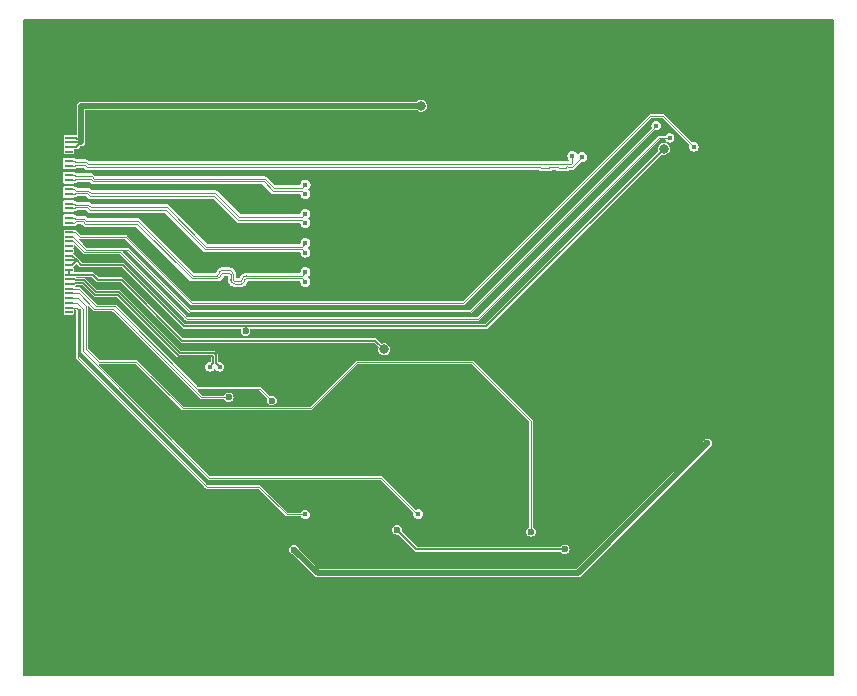
<source format=gbl>
G04 #@! TF.GenerationSoftware,KiCad,Pcbnew,8.0.1*
G04 #@! TF.CreationDate,2024-04-26T23:06:05-04:00*
G04 #@! TF.ProjectId,eDP adapter,65445020-6164-4617-9074-65722e6b6963,rev?*
G04 #@! TF.SameCoordinates,Original*
G04 #@! TF.FileFunction,Copper,L4,Bot*
G04 #@! TF.FilePolarity,Positive*
%FSLAX46Y46*%
G04 Gerber Fmt 4.6, Leading zero omitted, Abs format (unit mm)*
G04 Created by KiCad (PCBNEW 8.0.1) date 2024-04-26 23:06:05*
%MOMM*%
%LPD*%
G01*
G04 APERTURE LIST*
G04 #@! TA.AperFunction,SMDPad,CuDef*
%ADD10R,0.640000X0.200000*%
G04 #@! TD*
G04 #@! TA.AperFunction,SMDPad,CuDef*
%ADD11R,0.360000X1.460000*%
G04 #@! TD*
G04 #@! TA.AperFunction,SMDPad,CuDef*
%ADD12R,0.360000X0.450000*%
G04 #@! TD*
G04 #@! TA.AperFunction,SMDPad,CuDef*
%ADD13R,0.810000X0.300000*%
G04 #@! TD*
G04 #@! TA.AperFunction,SMDPad,CuDef*
%ADD14R,0.900000X0.400000*%
G04 #@! TD*
G04 #@! TA.AperFunction,SMDPad,CuDef*
%ADD15R,0.510000X1.400000*%
G04 #@! TD*
G04 #@! TA.AperFunction,SMDPad,CuDef*
%ADD16R,0.510000X0.450000*%
G04 #@! TD*
G04 #@! TA.AperFunction,SMDPad,CuDef*
%ADD17R,0.510000X0.435000*%
G04 #@! TD*
G04 #@! TA.AperFunction,ViaPad*
%ADD18C,0.600000*%
G04 #@! TD*
G04 #@! TA.AperFunction,ViaPad*
%ADD19C,0.450000*%
G04 #@! TD*
G04 #@! TA.AperFunction,ViaPad*
%ADD20C,0.800000*%
G04 #@! TD*
G04 #@! TA.AperFunction,Conductor*
%ADD21C,0.127762*%
G04 #@! TD*
G04 #@! TA.AperFunction,Conductor*
%ADD22C,0.100000*%
G04 #@! TD*
G04 #@! TA.AperFunction,Conductor*
%ADD23C,0.200000*%
G04 #@! TD*
G04 #@! TA.AperFunction,Conductor*
%ADD24C,0.106172*%
G04 #@! TD*
G04 #@! TA.AperFunction,Conductor*
%ADD25C,0.500000*%
G04 #@! TD*
G04 APERTURE END LIST*
D10*
X72930000Y-96110000D03*
X72930000Y-96510000D03*
X72930000Y-96910000D03*
X72930000Y-97310000D03*
X72930000Y-97710000D03*
X72930000Y-98110000D03*
X72930000Y-98510000D03*
X72930000Y-98910000D03*
X72930000Y-99310000D03*
X72930000Y-99710000D03*
X72930000Y-100110000D03*
X72930000Y-100510000D03*
X72930000Y-100910000D03*
X72930000Y-101310000D03*
X72930000Y-101710000D03*
X72930000Y-102110000D03*
X72930000Y-102510000D03*
X72930000Y-102910000D03*
X72930000Y-103310000D03*
X72930000Y-103710000D03*
X72930000Y-104110000D03*
X72930000Y-104510000D03*
X72930000Y-104910000D03*
X72930000Y-105310000D03*
X72930000Y-105710000D03*
X72930000Y-106110000D03*
X72930000Y-106510000D03*
X72930000Y-106910000D03*
X72930000Y-107310000D03*
X72930000Y-107710000D03*
X72930000Y-108110000D03*
X72930000Y-108510000D03*
X72930000Y-108910000D03*
X72930000Y-109310000D03*
X72930000Y-109710000D03*
X72930000Y-110110000D03*
X72930000Y-110510000D03*
X72930000Y-110910000D03*
X72930000Y-111310000D03*
X72930000Y-111710000D03*
D11*
X72180000Y-95405000D03*
D12*
X72180000Y-96710000D03*
X72180000Y-97910000D03*
X72180000Y-99110000D03*
X72180000Y-100310000D03*
X72180000Y-101510000D03*
X72180000Y-102710000D03*
X72180000Y-103910000D03*
X72180000Y-105110000D03*
X72180000Y-106310000D03*
X72180000Y-107510000D03*
X72180000Y-108710000D03*
X72180000Y-109910000D03*
X72180000Y-111110000D03*
D11*
X72180000Y-112415000D03*
D13*
X72855000Y-113495000D03*
D14*
X75210000Y-113445000D03*
D15*
X75845000Y-112350000D03*
D16*
X75845000Y-111110000D03*
D17*
X75845000Y-109917500D03*
X75845000Y-108702500D03*
D16*
X75845000Y-107510000D03*
X75845000Y-106310000D03*
X75845000Y-105110000D03*
X75845000Y-103910000D03*
X75845000Y-102710000D03*
X75845000Y-101510000D03*
X75845000Y-100310000D03*
X75845000Y-99110000D03*
X75845000Y-97910000D03*
X75845000Y-96710000D03*
D15*
X75845000Y-95470000D03*
D14*
X75210000Y-94375000D03*
D13*
X72855000Y-94325000D03*
D18*
X69824600Y-104292400D03*
X115214400Y-89839800D03*
X103581200Y-103733600D03*
D19*
X102768400Y-109143800D03*
D18*
X115366800Y-99695000D03*
X118516400Y-117348000D03*
X109397800Y-113512600D03*
X95885000Y-109524800D03*
X79578200Y-114706400D03*
X109194600Y-100050600D03*
X113944400Y-123469400D03*
X134848600Y-119024400D03*
X73787000Y-89128600D03*
X88468200Y-89865200D03*
X103759000Y-89865200D03*
X125196600Y-90881200D03*
X125984000Y-130403600D03*
X108559600Y-134620000D03*
X94564200Y-134721600D03*
X108661200Y-140970000D03*
X96647000Y-140614400D03*
X102997000Y-138201400D03*
X102514400Y-129438400D03*
X97409000Y-123825000D03*
X116128800Y-129336800D03*
X134340600Y-130886200D03*
X77647800Y-112649000D03*
X78460600Y-116763800D03*
X74244200Y-117551200D03*
X89179400Y-120802400D03*
X99644200Y-131445000D03*
X92811600Y-126365000D03*
X84912200Y-133146800D03*
X72339200Y-138557000D03*
X74853800Y-123215400D03*
X74955400Y-133299200D03*
X71145400Y-123596400D03*
X70358000Y-128397000D03*
X70561200Y-132664200D03*
X77571600Y-129819400D03*
X75895200Y-125984000D03*
X80746600Y-124866400D03*
X77698600Y-120878600D03*
X82651600Y-120853200D03*
X82067400Y-117449600D03*
D19*
X83972400Y-112699800D03*
X85750400Y-113919000D03*
X82600800Y-115341400D03*
D18*
X70815200Y-118160800D03*
X106654600Y-120650000D03*
X125425200Y-118719600D03*
X120421400Y-124155200D03*
X134543800Y-139014200D03*
X124739400Y-137972800D03*
X104749600Y-113030000D03*
X100609400Y-112826800D03*
X124841000Y-111709200D03*
X120218200Y-111760000D03*
X116387620Y-111544960D03*
X112039400Y-111556800D03*
X124536200Y-99161600D03*
X127228600Y-102285800D03*
X122428000Y-101447600D03*
X109372400Y-96545400D03*
X101600000Y-96570800D03*
X94716600Y-96494600D03*
X88163400Y-96824800D03*
X81127600Y-96977200D03*
D19*
X126314200Y-106095800D03*
X126263400Y-107594400D03*
X126238000Y-109169200D03*
X121615200Y-106146600D03*
X121031000Y-107518200D03*
X120243600Y-109143800D03*
X115951000Y-106121200D03*
X114579400Y-107569000D03*
X112953800Y-109143800D03*
X105994200Y-109143800D03*
X107340400Y-107645200D03*
X109067600Y-106146600D03*
D18*
X98145600Y-108280200D03*
X95453200Y-106730800D03*
X96520000Y-104089200D03*
X99872800Y-105130600D03*
X101320600Y-107061000D03*
X105511600Y-105537000D03*
X101092000Y-102108000D03*
X96672400Y-101701600D03*
X89865200Y-109245400D03*
X85115400Y-109245400D03*
X83642200Y-106273600D03*
X89966800Y-106781600D03*
X89103200Y-101523800D03*
X88773000Y-104317800D03*
X83794600Y-102641400D03*
D19*
X78765400Y-99085400D03*
X84210000Y-100320000D03*
X80467200Y-106248200D03*
X79171800Y-102844600D03*
X80120000Y-101520000D03*
X80090000Y-100320000D03*
X82067400Y-99110800D03*
X88011000Y-99136200D03*
D18*
X112776000Y-100101400D03*
X125831600Y-104648000D03*
X119049800Y-104063800D03*
X105181400Y-100152200D03*
X98272600Y-99441000D03*
X109042200Y-103505000D03*
D19*
X116380260Y-97779840D03*
X115570000Y-97656700D03*
X92961460Y-100892560D03*
X92961460Y-105045360D03*
X71580000Y-107510000D03*
X71580000Y-105110000D03*
X71580000Y-112415000D03*
D18*
X92961460Y-106683560D03*
D19*
X72855000Y-114095000D03*
X76445000Y-97910000D03*
X76445000Y-100310000D03*
X76445000Y-101510000D03*
D18*
X131719200Y-107600000D03*
D19*
X71580000Y-97910000D03*
D18*
X129440000Y-90680000D03*
X86528200Y-115520000D03*
D19*
X71580000Y-95405000D03*
D18*
X131719200Y-110600000D03*
D19*
X76445000Y-112350000D03*
D18*
X129400000Y-96850000D03*
D19*
X71580000Y-100310000D03*
X71580000Y-102710000D03*
D18*
X131719200Y-109100000D03*
D19*
X71580000Y-109910000D03*
X76445000Y-105110000D03*
X72855000Y-93725000D03*
X76445000Y-96710000D03*
X76445000Y-107510000D03*
D18*
X127740000Y-115580000D03*
X129070000Y-112050000D03*
X134960000Y-114220000D03*
D19*
X71580000Y-103910000D03*
D18*
X134930000Y-88550000D03*
D19*
X71580000Y-106310000D03*
D18*
X92961460Y-101730760D03*
D19*
X75210000Y-114045000D03*
D18*
X92961460Y-109159960D03*
X129430000Y-99320000D03*
X131719200Y-103100000D03*
D19*
X71580000Y-111110000D03*
D18*
X131719200Y-106100000D03*
D19*
X76445000Y-108670000D03*
X76230000Y-94130000D03*
D18*
X116067840Y-97022920D03*
X127630000Y-87160000D03*
D19*
X76445000Y-99110000D03*
D18*
X131719200Y-104600000D03*
D19*
X76450000Y-109930000D03*
D18*
X84051800Y-115520000D03*
D19*
X76445000Y-102710000D03*
X71580000Y-101510000D03*
X71580000Y-96710000D03*
X71580000Y-99110000D03*
X76445000Y-95470000D03*
X76445000Y-103910000D03*
X71580000Y-108710000D03*
X76445000Y-111110000D03*
D18*
X92964000Y-99254360D03*
D19*
X76445000Y-106310000D03*
D18*
X92961460Y-104207160D03*
D19*
X92964000Y-100092560D03*
D20*
X102760000Y-93430000D03*
D18*
X112060000Y-129480000D03*
D20*
X123320000Y-97070000D03*
D18*
X87890000Y-112530000D03*
D19*
X122670000Y-95100000D03*
X84890000Y-115520000D03*
X92961460Y-105845360D03*
D20*
X99630000Y-114040000D03*
D19*
X92961460Y-102568960D03*
X92961460Y-103368960D03*
X125840000Y-96890000D03*
D18*
X90130000Y-118380000D03*
X86470000Y-118110000D03*
D19*
X123797060Y-96123760D03*
X102500000Y-127980000D03*
X92961460Y-107521760D03*
X92961460Y-108321760D03*
X92940000Y-128020000D03*
X85690000Y-115520000D03*
D18*
X114930000Y-130970000D03*
X100720000Y-129330000D03*
X127000000Y-122000000D03*
X92000000Y-131000000D03*
D21*
X77177503Y-109195319D02*
X75237503Y-109195319D01*
X75237503Y-109195319D02*
X74237503Y-108195319D01*
X77082497Y-109424681D02*
X75142497Y-109424681D01*
X75142497Y-109424681D02*
X74142497Y-108424681D01*
X82317503Y-114335319D02*
X77177503Y-109195319D01*
X82222497Y-114564681D02*
X77082497Y-109424681D01*
X85690000Y-115520000D02*
X85404681Y-115234681D01*
X84890000Y-115520000D02*
X85175319Y-115234681D01*
X85404681Y-115234681D02*
X85404681Y-114542497D01*
X85175319Y-115234681D02*
X85175319Y-114637503D01*
X85404681Y-114542497D02*
X85197503Y-114335319D01*
X85175319Y-114637503D02*
X85102497Y-114564681D01*
X85197503Y-114335319D02*
X82317503Y-114335319D01*
X85102497Y-114564681D02*
X82222497Y-114564681D01*
D22*
X90130000Y-118380000D02*
X89120000Y-117370000D01*
X89120000Y-117370000D02*
X83810000Y-117370000D01*
X83810000Y-117370000D02*
X76850000Y-110410000D01*
X76850000Y-110410000D02*
X75270000Y-110410000D01*
X75270000Y-110410000D02*
X73770000Y-108910000D01*
X73770000Y-108910000D02*
X72930000Y-108910000D01*
D21*
X72930000Y-108110000D02*
X73410001Y-108110000D01*
X73410001Y-108110000D02*
X73495320Y-108195319D01*
X73495320Y-108195319D02*
X74237503Y-108195319D01*
X73495320Y-108424681D02*
X74142497Y-108424681D01*
X72930000Y-108510000D02*
X73410001Y-108510000D01*
X73410001Y-108510000D02*
X73495320Y-108424681D01*
D22*
X122670000Y-95100000D02*
X106919320Y-110850680D01*
X106919320Y-110850680D02*
X83200240Y-110850680D01*
X83200240Y-110850680D02*
X77949560Y-105600000D01*
X77949560Y-105600000D02*
X74410000Y-105600000D01*
X74410000Y-105600000D02*
X73320000Y-104510000D01*
X73320000Y-104510000D02*
X72930000Y-104510000D01*
X123797060Y-96123760D02*
X122886240Y-96123760D01*
X122886240Y-96123760D02*
X107557340Y-111452660D01*
X107557340Y-111452660D02*
X82902660Y-111452660D01*
X82902660Y-111452660D02*
X77270000Y-105820000D01*
X77270000Y-105820000D02*
X74230000Y-105820000D01*
X74230000Y-105820000D02*
X73320000Y-104910000D01*
X73320000Y-104910000D02*
X72930000Y-104910000D01*
D23*
X75380000Y-108140000D02*
X74950000Y-107710000D01*
X77390000Y-108140000D02*
X75380000Y-108140000D01*
X74950000Y-107710000D02*
X72930000Y-107710000D01*
X82550000Y-113300000D02*
X77390000Y-108140000D01*
X98890000Y-113300000D02*
X82550000Y-113300000D01*
X99630000Y-114040000D02*
X98890000Y-113300000D01*
D24*
X81163308Y-102232206D02*
X84480348Y-105549246D01*
X74473068Y-102013886D02*
X74691388Y-102232206D01*
X84480348Y-105549246D02*
X92665346Y-105549246D01*
X92665346Y-105341474D02*
X92961460Y-105045360D01*
X84566412Y-105341474D02*
X92665346Y-105341474D01*
X74691388Y-102232206D02*
X81163308Y-102232206D01*
X74777452Y-102024434D02*
X81249372Y-102024434D01*
X72930000Y-101710000D02*
X73410001Y-101710000D01*
X85242548Y-101025706D02*
X87289688Y-103072846D01*
X74686308Y-101025706D02*
X85242548Y-101025706D01*
X74474488Y-100813886D02*
X74686308Y-101025706D01*
X72930000Y-102110000D02*
X73410001Y-102110000D01*
X75006348Y-99831906D02*
X89428468Y-99831906D01*
X73410001Y-102110000D02*
X73506115Y-102013886D01*
X92666616Y-100389944D02*
X92964000Y-100092560D01*
X92666616Y-100597716D02*
X92961460Y-100892560D01*
X74559132Y-101806114D02*
X74777452Y-102024434D01*
X72930000Y-99710000D02*
X73410001Y-99710000D01*
X90280342Y-100389944D02*
X92666616Y-100389944D01*
X90194278Y-100597716D02*
X92666616Y-100597716D01*
X73506115Y-99406114D02*
X74874392Y-99406114D01*
X74788328Y-99613886D02*
X75006348Y-99831906D01*
X73410001Y-99310000D02*
X73506115Y-99406114D01*
X89428468Y-99831906D02*
X90194278Y-100597716D01*
X72930000Y-99310000D02*
X73410001Y-99310000D01*
X73506115Y-102013886D02*
X74473068Y-102013886D01*
X73410001Y-100510000D02*
X73506115Y-100606114D01*
X73410001Y-101710000D02*
X73506115Y-101806114D01*
X73506115Y-99613886D02*
X74788328Y-99613886D01*
X73410001Y-99710000D02*
X73506115Y-99613886D01*
X73506115Y-100813886D02*
X74474488Y-100813886D01*
X74874392Y-99406114D02*
X75092412Y-99624134D01*
X87289688Y-103072846D02*
X92665346Y-103072846D01*
X75092412Y-99624134D02*
X89514532Y-99624134D01*
X73506115Y-101806114D02*
X74559132Y-101806114D01*
X89514532Y-99624134D02*
X90280342Y-100389944D01*
X92665346Y-102865074D02*
X92961460Y-102568960D01*
X73506115Y-100606114D02*
X74560552Y-100606114D01*
X92665346Y-105549246D02*
X92961460Y-105845360D01*
X92665346Y-103072846D02*
X92961460Y-103368960D01*
X74560552Y-100606114D02*
X74772372Y-100817934D01*
X81249372Y-102024434D02*
X84566412Y-105341474D01*
X74772372Y-100817934D02*
X85328612Y-100817934D01*
X85328612Y-100817934D02*
X87375752Y-102865074D01*
X87375752Y-102865074D02*
X92665346Y-102865074D01*
X72930000Y-100910000D02*
X73410001Y-100910000D01*
X72930000Y-100510000D02*
X73410001Y-100510000D01*
X73410001Y-100910000D02*
X73506115Y-100813886D01*
X115476572Y-98389694D02*
X74553932Y-98389694D01*
X111843820Y-98597466D02*
X74467868Y-98597466D01*
X115562634Y-98597466D02*
X115150900Y-98597466D01*
X112906926Y-98651440D02*
G75*
G03*
X112852952Y-98597474I-53926J40D01*
G01*
X115043050Y-98705316D02*
X114420900Y-98705316D01*
X113636926Y-98651440D02*
G75*
G02*
X113582952Y-98705326I-53926J40D01*
G01*
X115150900Y-98597466D02*
G75*
G03*
X115096966Y-98651391I0J-53934D01*
G01*
X115096975Y-98651391D02*
G75*
G02*
X115043050Y-98705275I-53875J-9D01*
G01*
X113690900Y-98597466D02*
G75*
G03*
X113636966Y-98651440I0J-53934D01*
G01*
X114366975Y-98651391D02*
G75*
G03*
X114313050Y-98597525I-53875J-9D01*
G01*
X112960900Y-98705414D02*
G75*
G02*
X112906886Y-98651440I0J54014D01*
G01*
X112852952Y-98597466D02*
X112230900Y-98597466D01*
X113582952Y-98705414D02*
X112960900Y-98705414D01*
X112230900Y-98597466D02*
X111843820Y-98597466D01*
X114420900Y-98705316D02*
G75*
G02*
X114366984Y-98651391I0J53916D01*
G01*
X114313050Y-98597466D02*
X113690900Y-98597466D01*
X116380260Y-97779840D02*
X115562634Y-98597466D01*
X115570000Y-98296266D02*
X115476572Y-98389694D01*
X115570000Y-97656700D02*
X115570000Y-98296266D01*
X73410001Y-98110000D02*
X72930000Y-98110000D01*
X73506115Y-98206114D02*
X73410001Y-98110000D01*
X74370352Y-98206114D02*
X73506115Y-98206114D01*
X74467868Y-98597466D02*
X74284288Y-98413886D01*
X74553932Y-98389694D02*
X74370352Y-98206114D01*
X74284288Y-98413886D02*
X73506115Y-98413886D01*
X73410001Y-98510000D02*
X72930000Y-98510000D01*
X73506115Y-98413886D02*
X73410001Y-98510000D01*
D23*
X73560000Y-96110000D02*
X72930000Y-96110000D01*
X72930000Y-96510000D02*
X73960000Y-96510000D01*
X73960000Y-96510000D02*
X73560000Y-96110000D01*
D25*
X73960000Y-96510000D02*
X73960000Y-93440000D01*
X102750000Y-93440000D02*
X102760000Y-93430000D01*
X73960000Y-93440000D02*
X102750000Y-93440000D01*
D23*
X73560000Y-96910000D02*
X72930000Y-96910000D01*
X73960000Y-96510000D02*
X73560000Y-96910000D01*
D22*
X97330000Y-115150000D02*
X107080000Y-115150000D01*
X73700000Y-109710000D02*
X74380000Y-110390000D01*
X82580000Y-119050000D02*
X93430000Y-119050000D01*
X75480000Y-115100000D02*
X78630000Y-115100000D01*
X72930000Y-109710000D02*
X73700000Y-109710000D01*
X74380000Y-114000000D02*
X75480000Y-115100000D01*
X107080000Y-115150000D02*
X112060000Y-120130000D01*
X74380000Y-110390000D02*
X74380000Y-114000000D01*
X78630000Y-115100000D02*
X82580000Y-119050000D01*
X93430000Y-119050000D02*
X97330000Y-115150000D01*
X112060000Y-120130000D02*
X112060000Y-129480000D01*
D23*
X73200000Y-106110000D02*
X73600000Y-106510000D01*
X73990000Y-106900000D02*
X73600000Y-106510000D01*
X108290000Y-112100000D02*
X87890000Y-112100000D01*
X123320000Y-97070000D02*
X108290000Y-112100000D01*
X72930000Y-106510000D02*
X73600000Y-106510000D01*
X72930000Y-106910000D02*
X73200000Y-106910000D01*
X72930000Y-106110000D02*
X73200000Y-106110000D01*
X77510000Y-106900000D02*
X73990000Y-106900000D01*
X87890000Y-112100000D02*
X87890000Y-112530000D01*
X87890000Y-112100000D02*
X82710000Y-112100000D01*
X73200000Y-106910000D02*
X73600000Y-106510000D01*
X82710000Y-112100000D02*
X77510000Y-106900000D01*
X72930000Y-107310000D02*
X72930000Y-107710000D01*
D22*
X125840000Y-96890000D02*
X123260200Y-94310200D01*
X77729080Y-104526080D02*
X73906080Y-104526080D01*
X123260200Y-94310200D02*
X122129800Y-94310200D01*
X83327240Y-110124240D02*
X77729080Y-104526080D01*
X106315760Y-110124240D02*
X83327240Y-110124240D01*
X73490000Y-104110000D02*
X72930000Y-104110000D01*
X73906080Y-104526080D02*
X73490000Y-104110000D01*
X122129800Y-94310200D02*
X106315760Y-110124240D01*
X75100000Y-110630000D02*
X73780000Y-109310000D01*
X76650000Y-110630000D02*
X75100000Y-110630000D01*
X84130000Y-118110000D02*
X76650000Y-110630000D01*
X86470000Y-118110000D02*
X84130000Y-118110000D01*
X73780000Y-109310000D02*
X72930000Y-109310000D01*
X72930000Y-110110000D02*
X73610000Y-110110000D01*
X99370000Y-124930000D02*
X102420000Y-127980000D01*
X74100000Y-114190000D02*
X84840000Y-124930000D01*
X73610000Y-110110000D02*
X74100000Y-110600000D01*
X84840000Y-124930000D02*
X99370000Y-124930000D01*
X102420000Y-127980000D02*
X102500000Y-127980000D01*
X74100000Y-110600000D02*
X74100000Y-114190000D01*
D24*
X78785572Y-103200454D02*
X83402992Y-107817874D01*
X88495759Y-107817874D02*
X89173030Y-107817874D01*
X74404072Y-103200454D02*
X78785572Y-103200454D01*
X72930000Y-102910000D02*
X73410001Y-102910000D01*
X86831588Y-107689817D02*
X86831588Y-107817874D01*
X86831588Y-107817874D02*
X86831588Y-108153703D01*
X73506115Y-103006114D02*
X74209732Y-103006114D01*
X73410001Y-102910000D02*
X73506115Y-103006114D01*
X83402992Y-107817874D02*
X85495759Y-107817874D01*
X92665346Y-107817874D02*
X92961460Y-107521760D01*
X74209732Y-103006114D02*
X74404072Y-103200454D01*
X89173030Y-107817874D02*
X92665346Y-107817874D01*
X85959645Y-107353988D02*
X86495759Y-107353988D01*
X87959645Y-107817874D02*
X88495759Y-107817874D01*
X86959645Y-108281760D02*
X87495759Y-108281760D01*
X85623816Y-107689817D02*
G75*
G02*
X85959645Y-107354016I335784J17D01*
G01*
X87623816Y-108153703D02*
G75*
G02*
X87959645Y-107817916I335784J3D01*
G01*
X87495759Y-108281760D02*
G75*
G03*
X87623860Y-108153703I41J128060D01*
G01*
X86495759Y-107353988D02*
G75*
G02*
X86831612Y-107689817I41J-335812D01*
G01*
X85495759Y-107817874D02*
G75*
G03*
X85623874Y-107689817I41J128074D01*
G01*
X86831588Y-108153703D02*
G75*
G03*
X86959645Y-108281712I128012J3D01*
G01*
X85959645Y-107561760D02*
X86495759Y-107561760D01*
X87959645Y-108025646D02*
X88495759Y-108025646D01*
X83316928Y-108025646D02*
X85495759Y-108025646D01*
X78699508Y-103408226D02*
X83316928Y-108025646D01*
X89173030Y-108025646D02*
X92665346Y-108025646D01*
X73506115Y-103213886D02*
X74123668Y-103213886D01*
X92665346Y-108025646D02*
X92961460Y-108321760D01*
X73410001Y-103310000D02*
X73506115Y-103213886D01*
X86623816Y-107817874D02*
X86623816Y-108153703D01*
X88495759Y-108025646D02*
X89173030Y-108025646D01*
X86623816Y-107689817D02*
X86623816Y-107817874D01*
X74123668Y-103213886D02*
X74318008Y-103408226D01*
X72930000Y-103310000D02*
X73410001Y-103310000D01*
X74318008Y-103408226D02*
X78699508Y-103408226D01*
X86959645Y-108489532D02*
X87495759Y-108489532D01*
X86623816Y-108153703D02*
G75*
G03*
X86959645Y-108489484I335784J3D01*
G01*
X85495759Y-108025646D02*
G75*
G03*
X85831646Y-107689817I41J335846D01*
G01*
X87495759Y-108489532D02*
G75*
G03*
X87831632Y-108153703I41J335832D01*
G01*
X85831588Y-107689817D02*
G75*
G02*
X85959645Y-107561788I128012J17D01*
G01*
X87831588Y-108153703D02*
G75*
G02*
X87959645Y-108025688I128012J3D01*
G01*
X86495759Y-107561760D02*
G75*
G02*
X86623840Y-107689817I41J-128040D01*
G01*
D22*
X91390000Y-128020000D02*
X92940000Y-128020000D01*
X72930000Y-110510000D02*
X73510000Y-110510000D01*
X73670000Y-114760000D02*
X84590000Y-125680000D01*
X73510000Y-110510000D02*
X73670000Y-110670000D01*
X89050000Y-125680000D02*
X91390000Y-128020000D01*
X73670000Y-110670000D02*
X73670000Y-114760000D01*
X84590000Y-125680000D02*
X89050000Y-125680000D01*
D23*
X102360000Y-130970000D02*
X100720000Y-129330000D01*
X114930000Y-130970000D02*
X102360000Y-130970000D01*
D25*
X92000000Y-131000000D02*
X94000000Y-133000000D01*
X116000000Y-133000000D02*
X127000000Y-122000000D01*
X94000000Y-133000000D02*
X116000000Y-133000000D01*
G04 #@! TA.AperFunction,Conductor*
G36*
X137660914Y-86113086D02*
G01*
X137675500Y-86148300D01*
X137675500Y-141689700D01*
X137660914Y-141724914D01*
X137625700Y-141739500D01*
X69130300Y-141739500D01*
X69095086Y-141724914D01*
X69080500Y-141689700D01*
X69080500Y-131000000D01*
X91590458Y-131000000D01*
X91610501Y-131126553D01*
X91610501Y-131126554D01*
X91653388Y-131210722D01*
X91668674Y-131240723D01*
X91759277Y-131331326D01*
X91873445Y-131389498D01*
X91878604Y-131390315D01*
X91878977Y-131390374D01*
X91906403Y-131404347D01*
X93783806Y-133281750D01*
X93864094Y-133328105D01*
X93864098Y-133328106D01*
X93864100Y-133328107D01*
X93883008Y-133333173D01*
X93883014Y-133333174D01*
X93883018Y-133333175D01*
X93953645Y-133352100D01*
X116046355Y-133352100D01*
X116135906Y-133328105D01*
X116216194Y-133281750D01*
X127093597Y-122404345D01*
X127121021Y-122390374D01*
X127126555Y-122389498D01*
X127240723Y-122331326D01*
X127331326Y-122240723D01*
X127389498Y-122126555D01*
X127409542Y-122000000D01*
X127389498Y-121873445D01*
X127331326Y-121759277D01*
X127240723Y-121668674D01*
X127240722Y-121668673D01*
X127240723Y-121668673D01*
X127126553Y-121610501D01*
X127000000Y-121590458D01*
X126873446Y-121610501D01*
X126873445Y-121610501D01*
X126759277Y-121668673D01*
X126668673Y-121759277D01*
X126610501Y-121873446D01*
X126609625Y-121878980D01*
X126595652Y-121906402D01*
X115868742Y-132633314D01*
X115833528Y-132647900D01*
X94166472Y-132647900D01*
X94131258Y-132633314D01*
X92404347Y-130906403D01*
X92390374Y-130878977D01*
X92389498Y-130873447D01*
X92389498Y-130873446D01*
X92389498Y-130873445D01*
X92331326Y-130759277D01*
X92240723Y-130668674D01*
X92240722Y-130668673D01*
X92240723Y-130668673D01*
X92126553Y-130610501D01*
X92000000Y-130590458D01*
X91873446Y-130610501D01*
X91873445Y-130610501D01*
X91759277Y-130668673D01*
X91668673Y-130759277D01*
X91610501Y-130873445D01*
X91610501Y-130873446D01*
X91590458Y-131000000D01*
X69080500Y-131000000D01*
X69080500Y-129330000D01*
X100310458Y-129330000D01*
X100330501Y-129456553D01*
X100330501Y-129456554D01*
X100342448Y-129480000D01*
X100388674Y-129570723D01*
X100479277Y-129661326D01*
X100593445Y-129719498D01*
X100720000Y-129739542D01*
X100801749Y-129726593D01*
X100838810Y-129735491D01*
X100844753Y-129740566D01*
X102245519Y-131141332D01*
X102276287Y-131154076D01*
X102319800Y-131172100D01*
X114548477Y-131172100D01*
X114583691Y-131186686D01*
X114592849Y-131199292D01*
X114598674Y-131210723D01*
X114689277Y-131301326D01*
X114803445Y-131359498D01*
X114930000Y-131379542D01*
X115056555Y-131359498D01*
X115170723Y-131301326D01*
X115261326Y-131210723D01*
X115319498Y-131096555D01*
X115339542Y-130970000D01*
X115319498Y-130843445D01*
X115261326Y-130729277D01*
X115170723Y-130638674D01*
X115170722Y-130638673D01*
X115170723Y-130638673D01*
X115056553Y-130580501D01*
X114930000Y-130560458D01*
X114803446Y-130580501D01*
X114803445Y-130580501D01*
X114689277Y-130638673D01*
X114598673Y-130729278D01*
X114598672Y-130729279D01*
X114592849Y-130740708D01*
X114563866Y-130765462D01*
X114548477Y-130767900D01*
X102464341Y-130767900D01*
X102429127Y-130753314D01*
X101130566Y-129454753D01*
X101115980Y-129419539D01*
X101116592Y-129411757D01*
X101129542Y-129330000D01*
X101109498Y-129203445D01*
X101051326Y-129089277D01*
X100960723Y-128998674D01*
X100960722Y-128998673D01*
X100960723Y-128998673D01*
X100846553Y-128940501D01*
X100720000Y-128920458D01*
X100593446Y-128940501D01*
X100593445Y-128940501D01*
X100479277Y-128998673D01*
X100388673Y-129089277D01*
X100330501Y-129203445D01*
X100330501Y-129203446D01*
X100310458Y-129330000D01*
X69080500Y-129330000D01*
X69080500Y-111020053D01*
X72507900Y-111020053D01*
X72507901Y-111020063D01*
X72513822Y-111049835D01*
X72513823Y-111049837D01*
X72536388Y-111083608D01*
X72536389Y-111083608D01*
X72536390Y-111083610D01*
X72570163Y-111106176D01*
X72599945Y-111112100D01*
X73260054Y-111112099D01*
X73260055Y-111112098D01*
X73260063Y-111112098D01*
X73289835Y-111106177D01*
X73289837Y-111106176D01*
X73323610Y-111083610D01*
X73346176Y-111049837D01*
X73352100Y-111020055D01*
X73352099Y-110799946D01*
X73352099Y-110799945D01*
X73352098Y-110799936D01*
X73346177Y-110770164D01*
X73346176Y-110770162D01*
X73325733Y-110739567D01*
X73318297Y-110702184D01*
X73339473Y-110670493D01*
X73367140Y-110662100D01*
X73426371Y-110662100D01*
X73461585Y-110676686D01*
X73503314Y-110718415D01*
X73517900Y-110753629D01*
X73517900Y-114790255D01*
X73541056Y-114846158D01*
X73583842Y-114888944D01*
X73583843Y-114888944D01*
X84458214Y-125763315D01*
X84458217Y-125763319D01*
X84461056Y-125766158D01*
X84503842Y-125808944D01*
X84559745Y-125832100D01*
X84559746Y-125832100D01*
X84620254Y-125832100D01*
X88966371Y-125832100D01*
X89001584Y-125846685D01*
X91303843Y-128148945D01*
X91303845Y-128148946D01*
X91303847Y-128148947D01*
X91320216Y-128155726D01*
X91336586Y-128162506D01*
X91336589Y-128162509D01*
X91336590Y-128162508D01*
X91359745Y-128172100D01*
X91359746Y-128172100D01*
X91420254Y-128172100D01*
X92533001Y-128172100D01*
X92568215Y-128186686D01*
X92577373Y-128199292D01*
X92608674Y-128260723D01*
X92699277Y-128351326D01*
X92813445Y-128409498D01*
X92940000Y-128429542D01*
X93066555Y-128409498D01*
X93180723Y-128351326D01*
X93271326Y-128260723D01*
X93329498Y-128146555D01*
X93349542Y-128020000D01*
X93329498Y-127893445D01*
X93271326Y-127779277D01*
X93180723Y-127688674D01*
X93180722Y-127688673D01*
X93180723Y-127688673D01*
X93066553Y-127630501D01*
X92940000Y-127610458D01*
X92813446Y-127630501D01*
X92813445Y-127630501D01*
X92699277Y-127688673D01*
X92608673Y-127779278D01*
X92608672Y-127779279D01*
X92577373Y-127840708D01*
X92548390Y-127865463D01*
X92533001Y-127867900D01*
X91473630Y-127867900D01*
X91438416Y-127853314D01*
X89178944Y-125593843D01*
X89178944Y-125593842D01*
X89136158Y-125551056D01*
X89080255Y-125527900D01*
X89080254Y-125527900D01*
X84673629Y-125527900D01*
X84638415Y-125513314D01*
X73836686Y-114711585D01*
X73822100Y-114676371D01*
X73822100Y-110657429D01*
X73836686Y-110622215D01*
X73871900Y-110607629D01*
X73907114Y-110622215D01*
X73933314Y-110648415D01*
X73947900Y-110683629D01*
X73947900Y-114220255D01*
X73971056Y-114276158D01*
X74013842Y-114318944D01*
X74013843Y-114318944D01*
X84753843Y-125058945D01*
X84753845Y-125058946D01*
X84753847Y-125058947D01*
X84770216Y-125065726D01*
X84786586Y-125072506D01*
X84786589Y-125072509D01*
X84786590Y-125072508D01*
X84809745Y-125082100D01*
X84809746Y-125082100D01*
X84870255Y-125082100D01*
X99286371Y-125082100D01*
X99321585Y-125096686D01*
X102088162Y-127863263D01*
X102102748Y-127898477D01*
X102102135Y-127906267D01*
X102090458Y-127979999D01*
X102110501Y-128106553D01*
X102110501Y-128106554D01*
X102139012Y-128162508D01*
X102168674Y-128220723D01*
X102259277Y-128311326D01*
X102373445Y-128369498D01*
X102500000Y-128389542D01*
X102626555Y-128369498D01*
X102740723Y-128311326D01*
X102831326Y-128220723D01*
X102889498Y-128106555D01*
X102909542Y-127980000D01*
X102889498Y-127853445D01*
X102831326Y-127739277D01*
X102740723Y-127648674D01*
X102740722Y-127648673D01*
X102740723Y-127648673D01*
X102626553Y-127590501D01*
X102500000Y-127570458D01*
X102373445Y-127590501D01*
X102320992Y-127617227D01*
X102282994Y-127620216D01*
X102263170Y-127608068D01*
X99498944Y-124843843D01*
X99498944Y-124843842D01*
X99456158Y-124801056D01*
X99400255Y-124777900D01*
X99400254Y-124777900D01*
X84923630Y-124777900D01*
X84888416Y-124763314D01*
X75462216Y-115337114D01*
X75447630Y-115301900D01*
X75462216Y-115266686D01*
X75497430Y-115252100D01*
X75510254Y-115252100D01*
X78546371Y-115252100D01*
X78581584Y-115266685D01*
X82493843Y-119178945D01*
X82493845Y-119178946D01*
X82493847Y-119178947D01*
X82510216Y-119185726D01*
X82526586Y-119192506D01*
X82526589Y-119192509D01*
X82526590Y-119192508D01*
X82549745Y-119202100D01*
X82549746Y-119202100D01*
X93460253Y-119202100D01*
X93460254Y-119202100D01*
X93460255Y-119202100D01*
X93516158Y-119178944D01*
X93558944Y-119136158D01*
X93558944Y-119136156D01*
X97378416Y-115316686D01*
X97413630Y-115302100D01*
X106996371Y-115302100D01*
X107031585Y-115316686D01*
X111893314Y-120178415D01*
X111907900Y-120213629D01*
X111907900Y-129072999D01*
X111893314Y-129108213D01*
X111880710Y-129117371D01*
X111819276Y-129148674D01*
X111728673Y-129239277D01*
X111670501Y-129353445D01*
X111670501Y-129353446D01*
X111650458Y-129480000D01*
X111670501Y-129606553D01*
X111670501Y-129606554D01*
X111728050Y-129719498D01*
X111728674Y-129720723D01*
X111819277Y-129811326D01*
X111933445Y-129869498D01*
X112060000Y-129889542D01*
X112186555Y-129869498D01*
X112300723Y-129811326D01*
X112391326Y-129720723D01*
X112449498Y-129606555D01*
X112469542Y-129480000D01*
X112449498Y-129353445D01*
X112391326Y-129239277D01*
X112300723Y-129148674D01*
X112239290Y-129117371D01*
X112214537Y-129088387D01*
X112212100Y-129072999D01*
X112212100Y-120099745D01*
X112202508Y-120076590D01*
X112202507Y-120076587D01*
X112188946Y-120043846D01*
X112188945Y-120043843D01*
X107208944Y-115063843D01*
X107208944Y-115063842D01*
X107166158Y-115021056D01*
X107110255Y-114997900D01*
X97299745Y-114997900D01*
X97276590Y-115007491D01*
X97243843Y-115021054D01*
X93381585Y-118883314D01*
X93346371Y-118897900D01*
X82663630Y-118897900D01*
X82628416Y-118883314D01*
X78758944Y-115013843D01*
X78758944Y-115013842D01*
X78716158Y-114971056D01*
X78660255Y-114947900D01*
X78660254Y-114947900D01*
X75563630Y-114947900D01*
X75528416Y-114933314D01*
X74546686Y-113951584D01*
X74532100Y-113916370D01*
X74532100Y-110397429D01*
X74546686Y-110362215D01*
X74581900Y-110347629D01*
X74617112Y-110362214D01*
X75013843Y-110758945D01*
X75040927Y-110770163D01*
X75069745Y-110782100D01*
X75069746Y-110782100D01*
X75130254Y-110782100D01*
X76566371Y-110782100D01*
X76601584Y-110796685D01*
X84001055Y-118196157D01*
X84001056Y-118196158D01*
X84043842Y-118238944D01*
X84099745Y-118262100D01*
X86063001Y-118262100D01*
X86098215Y-118276686D01*
X86107373Y-118289292D01*
X86138674Y-118350723D01*
X86229277Y-118441326D01*
X86343445Y-118499498D01*
X86470000Y-118519542D01*
X86596555Y-118499498D01*
X86710723Y-118441326D01*
X86801326Y-118350723D01*
X86859498Y-118236555D01*
X86879542Y-118110000D01*
X86859498Y-117983445D01*
X86801326Y-117869277D01*
X86710723Y-117778674D01*
X86710722Y-117778673D01*
X86710723Y-117778673D01*
X86596553Y-117720501D01*
X86470000Y-117700458D01*
X86343446Y-117720501D01*
X86343445Y-117720501D01*
X86229277Y-117778673D01*
X86138673Y-117869278D01*
X86138672Y-117869279D01*
X86107373Y-117930708D01*
X86078390Y-117955463D01*
X86063001Y-117957900D01*
X84213630Y-117957900D01*
X84178416Y-117943314D01*
X83842216Y-117607114D01*
X83827630Y-117571900D01*
X83842216Y-117536686D01*
X83877430Y-117522100D01*
X89036371Y-117522100D01*
X89071585Y-117536686D01*
X89731065Y-118196167D01*
X89745651Y-118231381D01*
X89741285Y-118249577D01*
X89741713Y-118249716D01*
X89740502Y-118253442D01*
X89720458Y-118380000D01*
X89740501Y-118506553D01*
X89740501Y-118506554D01*
X89747119Y-118519541D01*
X89798674Y-118620723D01*
X89889277Y-118711326D01*
X90003445Y-118769498D01*
X90130000Y-118789542D01*
X90256555Y-118769498D01*
X90370723Y-118711326D01*
X90461326Y-118620723D01*
X90519498Y-118506555D01*
X90539542Y-118380000D01*
X90519498Y-118253445D01*
X90461326Y-118139277D01*
X90370723Y-118048674D01*
X90370722Y-118048673D01*
X90370723Y-118048673D01*
X90256553Y-117990501D01*
X90130000Y-117970458D01*
X90003442Y-117990502D01*
X89999716Y-117991713D01*
X89999352Y-117990592D01*
X89965978Y-117993209D01*
X89946167Y-117981065D01*
X89248944Y-117283843D01*
X89248944Y-117283842D01*
X89206158Y-117241056D01*
X89150255Y-117217900D01*
X89150254Y-117217900D01*
X83893630Y-117217900D01*
X83858416Y-117203314D01*
X76978944Y-110323843D01*
X76978944Y-110323842D01*
X76936158Y-110281056D01*
X76880255Y-110257900D01*
X76880254Y-110257900D01*
X75353630Y-110257900D01*
X75318416Y-110243314D01*
X73898944Y-108823843D01*
X73898944Y-108823842D01*
X73856158Y-108781056D01*
X73800255Y-108757900D01*
X73800254Y-108757900D01*
X73495608Y-108757900D01*
X73460394Y-108743314D01*
X73445808Y-108708100D01*
X73460394Y-108672886D01*
X73476549Y-108662091D01*
X73504022Y-108650712D01*
X73549486Y-108605247D01*
X73584698Y-108590662D01*
X74053118Y-108590662D01*
X74088332Y-108605248D01*
X74998943Y-109515859D01*
X74998946Y-109515863D01*
X75001785Y-109518702D01*
X75048476Y-109565393D01*
X75059990Y-109570162D01*
X75059991Y-109570163D01*
X75059992Y-109570163D01*
X75109482Y-109590663D01*
X75109484Y-109590663D01*
X75181307Y-109590663D01*
X75181315Y-109590662D01*
X76993118Y-109590662D01*
X77028332Y-109605248D01*
X82078943Y-114655859D01*
X82078946Y-114655863D01*
X82081785Y-114658702D01*
X82128476Y-114705393D01*
X82153746Y-114715860D01*
X82189482Y-114730663D01*
X82261307Y-114730663D01*
X82261315Y-114730662D01*
X84959538Y-114730662D01*
X84994752Y-114745248D01*
X85009338Y-114780462D01*
X85009338Y-115071050D01*
X84994752Y-115106264D01*
X84959538Y-115120850D01*
X84951748Y-115120237D01*
X84890000Y-115110458D01*
X84763446Y-115130501D01*
X84763445Y-115130501D01*
X84649277Y-115188673D01*
X84558673Y-115279277D01*
X84500501Y-115393445D01*
X84500501Y-115393446D01*
X84480458Y-115520000D01*
X84500501Y-115646553D01*
X84500501Y-115646554D01*
X84534372Y-115713028D01*
X84558674Y-115760723D01*
X84649277Y-115851326D01*
X84763445Y-115909498D01*
X84890000Y-115929542D01*
X85016555Y-115909498D01*
X85130723Y-115851326D01*
X85221326Y-115760723D01*
X85245628Y-115713027D01*
X85274611Y-115688274D01*
X85312609Y-115691265D01*
X85334371Y-115713027D01*
X85358674Y-115760723D01*
X85449277Y-115851326D01*
X85563445Y-115909498D01*
X85690000Y-115929542D01*
X85816555Y-115909498D01*
X85930723Y-115851326D01*
X86021326Y-115760723D01*
X86079498Y-115646555D01*
X86099542Y-115520000D01*
X86079498Y-115393445D01*
X86021326Y-115279277D01*
X85930723Y-115188674D01*
X85930722Y-115188673D01*
X85930723Y-115188673D01*
X85816553Y-115130501D01*
X85713814Y-115114229D01*
X85690000Y-115110458D01*
X85689999Y-115110458D01*
X85628252Y-115120237D01*
X85591190Y-115111339D01*
X85571275Y-115078840D01*
X85570662Y-115071050D01*
X85570662Y-114509482D01*
X85570662Y-114509481D01*
X85545393Y-114448476D01*
X85498702Y-114401785D01*
X85495866Y-114398949D01*
X85495859Y-114398943D01*
X85338215Y-114241299D01*
X85338215Y-114241298D01*
X85291524Y-114194607D01*
X85230519Y-114169338D01*
X85230518Y-114169338D01*
X82406882Y-114169338D01*
X82371668Y-114154752D01*
X77318215Y-109101299D01*
X77318215Y-109101298D01*
X77271524Y-109054607D01*
X77210519Y-109029338D01*
X77210518Y-109029338D01*
X75326882Y-109029338D01*
X75291668Y-109014752D01*
X74378215Y-108101299D01*
X74378215Y-108101298D01*
X74331524Y-108054607D01*
X74270519Y-108029338D01*
X74270518Y-108029338D01*
X73584699Y-108029338D01*
X73549486Y-108014752D01*
X73531846Y-107997112D01*
X73517261Y-107961900D01*
X73531847Y-107926686D01*
X73567061Y-107912100D01*
X74845659Y-107912100D01*
X74880873Y-107926686D01*
X75208668Y-108254480D01*
X75265520Y-108311332D01*
X75339800Y-108342100D01*
X77285659Y-108342100D01*
X77320873Y-108356686D01*
X82435519Y-113471332D01*
X82509800Y-113502100D01*
X98785659Y-113502100D01*
X98820873Y-113516686D01*
X99137015Y-113832828D01*
X99151601Y-113868042D01*
X99147102Y-113888726D01*
X99143287Y-113897079D01*
X99143284Y-113897091D01*
X99122737Y-114039998D01*
X99122737Y-114040001D01*
X99135245Y-114126998D01*
X99143285Y-114182913D01*
X99203263Y-114314247D01*
X99203264Y-114314248D01*
X99203266Y-114314251D01*
X99297811Y-114423363D01*
X99297813Y-114423364D01*
X99419268Y-114501419D01*
X99419269Y-114501419D01*
X99419275Y-114501423D01*
X99557809Y-114542100D01*
X99557810Y-114542100D01*
X99702190Y-114542100D01*
X99702191Y-114542100D01*
X99840725Y-114501423D01*
X99962187Y-114423364D01*
X100056737Y-114314247D01*
X100116715Y-114182913D01*
X100137263Y-114040000D01*
X100116715Y-113897087D01*
X100056737Y-113765753D01*
X100056733Y-113765748D01*
X99962188Y-113656636D01*
X99962186Y-113656635D01*
X99840731Y-113578580D01*
X99840727Y-113578578D01*
X99840725Y-113578577D01*
X99702191Y-113537900D01*
X99557809Y-113537900D01*
X99557807Y-113537900D01*
X99474768Y-113562281D01*
X99436871Y-113558206D01*
X99425525Y-113549712D01*
X99004481Y-113128668D01*
X98930200Y-113097900D01*
X82654341Y-113097900D01*
X82619127Y-113083314D01*
X77504481Y-107968668D01*
X77430200Y-107937900D01*
X75484340Y-107937900D01*
X75449126Y-107923314D01*
X75261439Y-107735627D01*
X75064481Y-107538668D01*
X74990200Y-107507900D01*
X73395308Y-107507900D01*
X73360094Y-107493314D01*
X73345508Y-107458100D01*
X73346465Y-107448385D01*
X73352098Y-107420063D01*
X73352100Y-107420055D01*
X73352099Y-107199946D01*
X73352099Y-107199945D01*
X73352098Y-107199936D01*
X73346177Y-107170165D01*
X73346176Y-107170163D01*
X73324462Y-107137666D01*
X73317027Y-107100285D01*
X73324463Y-107082333D01*
X73343856Y-107053309D01*
X73350044Y-107045767D01*
X73564788Y-106831024D01*
X73599999Y-106816440D01*
X73635213Y-106831026D01*
X73875519Y-107071332D01*
X73906287Y-107084076D01*
X73949800Y-107102100D01*
X77405659Y-107102100D01*
X77440873Y-107116686D01*
X82595520Y-112271332D01*
X82669800Y-112302100D01*
X82750201Y-112302100D01*
X87470874Y-112302100D01*
X87506088Y-112316686D01*
X87520674Y-112351900D01*
X87515246Y-112374509D01*
X87500501Y-112403445D01*
X87500501Y-112403446D01*
X87480458Y-112530000D01*
X87500501Y-112656553D01*
X87500501Y-112656554D01*
X87500502Y-112656555D01*
X87558674Y-112770723D01*
X87649277Y-112861326D01*
X87763445Y-112919498D01*
X87890000Y-112939542D01*
X88016555Y-112919498D01*
X88130723Y-112861326D01*
X88221326Y-112770723D01*
X88279498Y-112656555D01*
X88299542Y-112530000D01*
X88279498Y-112403445D01*
X88264753Y-112374508D01*
X88261763Y-112336511D01*
X88286517Y-112307528D01*
X88309126Y-112302100D01*
X108330198Y-112302100D01*
X108330200Y-112302100D01*
X108404481Y-112271332D01*
X123115525Y-97560285D01*
X123150738Y-97545700D01*
X123164766Y-97547716D01*
X123247809Y-97572100D01*
X123247810Y-97572100D01*
X123392190Y-97572100D01*
X123392191Y-97572100D01*
X123530725Y-97531423D01*
X123652187Y-97453364D01*
X123746737Y-97344247D01*
X123806715Y-97212913D01*
X123827263Y-97070000D01*
X123806715Y-96927087D01*
X123746737Y-96795753D01*
X123746733Y-96795748D01*
X123652188Y-96686636D01*
X123652186Y-96686635D01*
X123530731Y-96608580D01*
X123530727Y-96608578D01*
X123530725Y-96608577D01*
X123392191Y-96567900D01*
X123247809Y-96567900D01*
X123109275Y-96608577D01*
X123109273Y-96608577D01*
X123109268Y-96608580D01*
X122987813Y-96686635D01*
X122987811Y-96686636D01*
X122893266Y-96795748D01*
X122893264Y-96795751D01*
X122893263Y-96795752D01*
X122893263Y-96795753D01*
X122862964Y-96862099D01*
X122833285Y-96927087D01*
X122833284Y-96927091D01*
X122812737Y-97069998D01*
X122812737Y-97070001D01*
X122833284Y-97212908D01*
X122833286Y-97212916D01*
X122837102Y-97221272D01*
X122838460Y-97259363D01*
X122827015Y-97277171D01*
X108220873Y-111883314D01*
X108185659Y-111897900D01*
X82814340Y-111897900D01*
X82779126Y-111883314D01*
X77624481Y-106728668D01*
X77550200Y-106697900D01*
X74094341Y-106697900D01*
X74059127Y-106683314D01*
X73350046Y-105974233D01*
X73343856Y-105966691D01*
X73324461Y-105937664D01*
X73317027Y-105900283D01*
X73324460Y-105882337D01*
X73346176Y-105849837D01*
X73352100Y-105820055D01*
X73352099Y-105599946D01*
X73352099Y-105599945D01*
X73352098Y-105599936D01*
X73346177Y-105570164D01*
X73346176Y-105570162D01*
X73324463Y-105537666D01*
X73317027Y-105500283D01*
X73324460Y-105482337D01*
X73346176Y-105449837D01*
X73352100Y-105420055D01*
X73352099Y-105277427D01*
X73366685Y-105242214D01*
X73401899Y-105227628D01*
X73437112Y-105242213D01*
X74143842Y-105948944D01*
X74199745Y-105972100D01*
X74260254Y-105972100D01*
X77186371Y-105972100D01*
X77221584Y-105986685D01*
X82773715Y-111538817D01*
X82773716Y-111538818D01*
X82816502Y-111581604D01*
X82872405Y-111604760D01*
X82872406Y-111604760D01*
X82872407Y-111604760D01*
X107587593Y-111604760D01*
X107587594Y-111604760D01*
X107587595Y-111604760D01*
X107643498Y-111581604D01*
X107686284Y-111538818D01*
X107686284Y-111538816D01*
X122934656Y-96290446D01*
X122969870Y-96275860D01*
X123390061Y-96275860D01*
X123425275Y-96290446D01*
X123434433Y-96303052D01*
X123451419Y-96336390D01*
X123465734Y-96364483D01*
X123556337Y-96455086D01*
X123670505Y-96513258D01*
X123797060Y-96533302D01*
X123923615Y-96513258D01*
X124037783Y-96455086D01*
X124128386Y-96364483D01*
X124186558Y-96250315D01*
X124206602Y-96123760D01*
X124186558Y-95997205D01*
X124128386Y-95883037D01*
X124037783Y-95792434D01*
X124037782Y-95792433D01*
X124037783Y-95792433D01*
X123923613Y-95734261D01*
X123797060Y-95714218D01*
X123670506Y-95734261D01*
X123670505Y-95734261D01*
X123556337Y-95792433D01*
X123465733Y-95883038D01*
X123465732Y-95883039D01*
X123434433Y-95944468D01*
X123405450Y-95969223D01*
X123390061Y-95971660D01*
X122855985Y-95971660D01*
X122828033Y-95983238D01*
X122800081Y-95994816D01*
X107508925Y-111285974D01*
X107473711Y-111300560D01*
X82986290Y-111300560D01*
X82951076Y-111285974D01*
X77502215Y-105837114D01*
X77487629Y-105801900D01*
X77502215Y-105766686D01*
X77537429Y-105752100D01*
X77865931Y-105752100D01*
X77901144Y-105766685D01*
X83114083Y-110979625D01*
X83114085Y-110979626D01*
X83114087Y-110979627D01*
X83130456Y-110986406D01*
X83146826Y-110993186D01*
X83146829Y-110993189D01*
X83146830Y-110993188D01*
X83169985Y-111002780D01*
X83169986Y-111002780D01*
X106949573Y-111002780D01*
X106949574Y-111002780D01*
X106949575Y-111002780D01*
X107005478Y-110979624D01*
X107048264Y-110936838D01*
X107048264Y-110936836D01*
X122486168Y-95498932D01*
X122521381Y-95484347D01*
X122539581Y-95488717D01*
X122539721Y-95488288D01*
X122543444Y-95489498D01*
X122563488Y-95492672D01*
X122670000Y-95509542D01*
X122796555Y-95489498D01*
X122910723Y-95431326D01*
X123001326Y-95340723D01*
X123059498Y-95226555D01*
X123079542Y-95100000D01*
X123059498Y-94973445D01*
X123001326Y-94859277D01*
X122910723Y-94768674D01*
X122910722Y-94768673D01*
X122910723Y-94768673D01*
X122796553Y-94710501D01*
X122670000Y-94690458D01*
X122543446Y-94710501D01*
X122543445Y-94710501D01*
X122429277Y-94768673D01*
X122338673Y-94859277D01*
X122280501Y-94973445D01*
X122280501Y-94973446D01*
X122260458Y-95100000D01*
X122280501Y-95226553D01*
X122281713Y-95230281D01*
X122280589Y-95230646D01*
X122283211Y-95264013D01*
X122271065Y-95283831D01*
X106870905Y-110683994D01*
X106835691Y-110698580D01*
X83283870Y-110698580D01*
X83248656Y-110683994D01*
X78078504Y-105513843D01*
X78078504Y-105513842D01*
X78035718Y-105471056D01*
X77979815Y-105447900D01*
X77979814Y-105447900D01*
X74493630Y-105447900D01*
X74458416Y-105433314D01*
X74107435Y-105082333D01*
X73756152Y-104731051D01*
X73741567Y-104695838D01*
X73756153Y-104660624D01*
X73791367Y-104646038D01*
X73815325Y-104653305D01*
X73815391Y-104653147D01*
X73816998Y-104653812D01*
X73819033Y-104654430D01*
X73819921Y-104655023D01*
X73819922Y-104655024D01*
X73875825Y-104678180D01*
X73875826Y-104678180D01*
X73936334Y-104678180D01*
X77645451Y-104678180D01*
X77680664Y-104692765D01*
X83241083Y-110253185D01*
X83241085Y-110253186D01*
X83241087Y-110253187D01*
X83252467Y-110257900D01*
X83273826Y-110266746D01*
X83273829Y-110266749D01*
X83273830Y-110266748D01*
X83296985Y-110276340D01*
X83296986Y-110276340D01*
X106346013Y-110276340D01*
X106346014Y-110276340D01*
X106346015Y-110276340D01*
X106401918Y-110253184D01*
X106444704Y-110210398D01*
X106444704Y-110210396D01*
X122178216Y-94476886D01*
X122213430Y-94462300D01*
X123176571Y-94462300D01*
X123211785Y-94476886D01*
X125441065Y-96706167D01*
X125455651Y-96741381D01*
X125451285Y-96759577D01*
X125451713Y-96759716D01*
X125450502Y-96763442D01*
X125430458Y-96890000D01*
X125450501Y-97016553D01*
X125450501Y-97016554D01*
X125503066Y-97119716D01*
X125508674Y-97130723D01*
X125599277Y-97221326D01*
X125713445Y-97279498D01*
X125840000Y-97299542D01*
X125966555Y-97279498D01*
X126080723Y-97221326D01*
X126171326Y-97130723D01*
X126229498Y-97016555D01*
X126249542Y-96890000D01*
X126229498Y-96763445D01*
X126171326Y-96649277D01*
X126080723Y-96558674D01*
X126080722Y-96558673D01*
X126080723Y-96558673D01*
X125966553Y-96500501D01*
X125840000Y-96480458D01*
X125713442Y-96500502D01*
X125709716Y-96501713D01*
X125709352Y-96500592D01*
X125675978Y-96503209D01*
X125656167Y-96491065D01*
X123389144Y-94224043D01*
X123389144Y-94224042D01*
X123346358Y-94181256D01*
X123290455Y-94158100D01*
X122099545Y-94158100D01*
X122076390Y-94167691D01*
X122043643Y-94181254D01*
X106267345Y-109957554D01*
X106232131Y-109972140D01*
X83410870Y-109972140D01*
X83375656Y-109957554D01*
X77858024Y-104439923D01*
X77858024Y-104439922D01*
X77815238Y-104397136D01*
X77759335Y-104373980D01*
X77759334Y-104373980D01*
X73989709Y-104373980D01*
X73954495Y-104359394D01*
X73618944Y-104023843D01*
X73618944Y-104023842D01*
X73576158Y-103981056D01*
X73520255Y-103957900D01*
X73520254Y-103957900D01*
X73364602Y-103957900D01*
X73329388Y-103943314D01*
X73324140Y-103936920D01*
X73323611Y-103936391D01*
X73323607Y-103936388D01*
X73289837Y-103913824D01*
X73289834Y-103913823D01*
X73289836Y-103913823D01*
X73265978Y-103909078D01*
X73260055Y-103907900D01*
X73260054Y-103907900D01*
X72599946Y-103907900D01*
X72599936Y-103907901D01*
X72570164Y-103913822D01*
X72570162Y-103913823D01*
X72536391Y-103936388D01*
X72513823Y-103970164D01*
X72507900Y-103999942D01*
X72507900Y-104220053D01*
X72507901Y-104220063D01*
X72513822Y-104249834D01*
X72535537Y-104282333D01*
X72542972Y-104319716D01*
X72535537Y-104337667D01*
X72513823Y-104370164D01*
X72507900Y-104399942D01*
X72507900Y-104620053D01*
X72507901Y-104620063D01*
X72513822Y-104649834D01*
X72535537Y-104682333D01*
X72542972Y-104719716D01*
X72535537Y-104737667D01*
X72513823Y-104770164D01*
X72507900Y-104799942D01*
X72507900Y-105020053D01*
X72507901Y-105020063D01*
X72513822Y-105049834D01*
X72535537Y-105082333D01*
X72542972Y-105119716D01*
X72535537Y-105137667D01*
X72513823Y-105170164D01*
X72507900Y-105199942D01*
X72507900Y-105420053D01*
X72507901Y-105420063D01*
X72513822Y-105449834D01*
X72513823Y-105449836D01*
X72513824Y-105449837D01*
X72535535Y-105482331D01*
X72535537Y-105482333D01*
X72542972Y-105519716D01*
X72535537Y-105537667D01*
X72513823Y-105570164D01*
X72507900Y-105599942D01*
X72507900Y-105820053D01*
X72507901Y-105820063D01*
X72513822Y-105849834D01*
X72513823Y-105849836D01*
X72513824Y-105849837D01*
X72535535Y-105882331D01*
X72535537Y-105882333D01*
X72542972Y-105919716D01*
X72535537Y-105937667D01*
X72513823Y-105970164D01*
X72507900Y-105999942D01*
X72507900Y-106220053D01*
X72507901Y-106220063D01*
X72513822Y-106249834D01*
X72513823Y-106249836D01*
X72513824Y-106249837D01*
X72516116Y-106253268D01*
X72535537Y-106282333D01*
X72542972Y-106319716D01*
X72535537Y-106337667D01*
X72513823Y-106370164D01*
X72507900Y-106399942D01*
X72507900Y-106620053D01*
X72507901Y-106620063D01*
X72513822Y-106649834D01*
X72535537Y-106682333D01*
X72542972Y-106719716D01*
X72535537Y-106737667D01*
X72513823Y-106770164D01*
X72507900Y-106799942D01*
X72507900Y-107020053D01*
X72507901Y-107020063D01*
X72513822Y-107049834D01*
X72535537Y-107082333D01*
X72542972Y-107119716D01*
X72535537Y-107137667D01*
X72513823Y-107170164D01*
X72507900Y-107199942D01*
X72507900Y-107420053D01*
X72507901Y-107420063D01*
X72513822Y-107449834D01*
X72535537Y-107482333D01*
X72542972Y-107519716D01*
X72535537Y-107537667D01*
X72513823Y-107570164D01*
X72507900Y-107599942D01*
X72507900Y-107820053D01*
X72507901Y-107820063D01*
X72513822Y-107849834D01*
X72535537Y-107882333D01*
X72542972Y-107919716D01*
X72535537Y-107937667D01*
X72513823Y-107970164D01*
X72507900Y-107999942D01*
X72507900Y-108220053D01*
X72507901Y-108220063D01*
X72513822Y-108249834D01*
X72535537Y-108282333D01*
X72542972Y-108319716D01*
X72535537Y-108337666D01*
X72532575Y-108342100D01*
X72513823Y-108370164D01*
X72507900Y-108399942D01*
X72507900Y-108620053D01*
X72507901Y-108620063D01*
X72513822Y-108649834D01*
X72535537Y-108682333D01*
X72542972Y-108719716D01*
X72535537Y-108737666D01*
X72533145Y-108741247D01*
X72513823Y-108770164D01*
X72507900Y-108799942D01*
X72507900Y-109020053D01*
X72507901Y-109020063D01*
X72513822Y-109049834D01*
X72535537Y-109082333D01*
X72542972Y-109119716D01*
X72535537Y-109137667D01*
X72513823Y-109170164D01*
X72507900Y-109199942D01*
X72507900Y-109420053D01*
X72507901Y-109420063D01*
X72513822Y-109449834D01*
X72535537Y-109482333D01*
X72542972Y-109519716D01*
X72535537Y-109537667D01*
X72513823Y-109570164D01*
X72507900Y-109599942D01*
X72507900Y-109820053D01*
X72507901Y-109820063D01*
X72513822Y-109849834D01*
X72535537Y-109882333D01*
X72542972Y-109919716D01*
X72535537Y-109937667D01*
X72513823Y-109970164D01*
X72507900Y-109999942D01*
X72507900Y-110220053D01*
X72507901Y-110220063D01*
X72513822Y-110249834D01*
X72513823Y-110249836D01*
X72513824Y-110249837D01*
X72531532Y-110276340D01*
X72535537Y-110282333D01*
X72542972Y-110319716D01*
X72535537Y-110337666D01*
X72526226Y-110351601D01*
X72513823Y-110370164D01*
X72507900Y-110399942D01*
X72507900Y-110620053D01*
X72507901Y-110620063D01*
X72513822Y-110649834D01*
X72535537Y-110682333D01*
X72542972Y-110719716D01*
X72535537Y-110737667D01*
X72513823Y-110770164D01*
X72507900Y-110799942D01*
X72507900Y-111020053D01*
X69080500Y-111020053D01*
X69080500Y-103429564D01*
X72411380Y-103429564D01*
X72422903Y-103487497D01*
X72422904Y-103487499D01*
X72466801Y-103553195D01*
X72466804Y-103553198D01*
X72532500Y-103597095D01*
X72532502Y-103597096D01*
X72590438Y-103608620D01*
X72590442Y-103608620D01*
X73269558Y-103608620D01*
X73269562Y-103608620D01*
X73327498Y-103597096D01*
X73342925Y-103586787D01*
X73367902Y-103570099D01*
X73395569Y-103561706D01*
X73460066Y-103561706D01*
X73460068Y-103561706D01*
X73552581Y-103523386D01*
X73595789Y-103480178D01*
X73631003Y-103465592D01*
X73998780Y-103465592D01*
X74033994Y-103480178D01*
X74175428Y-103621612D01*
X74267940Y-103659932D01*
X74267941Y-103659932D01*
X78574620Y-103659932D01*
X78609834Y-103674518D01*
X83174348Y-108239032D01*
X83266861Y-108277352D01*
X83266863Y-108277352D01*
X85550504Y-108277352D01*
X85551025Y-108277299D01*
X85561926Y-108277301D01*
X85691005Y-108247855D01*
X85810295Y-108190423D01*
X85913813Y-108107885D01*
X85996369Y-108004381D01*
X86053821Y-107885101D01*
X86061337Y-107852181D01*
X86083396Y-107821097D01*
X86109888Y-107813466D01*
X86322310Y-107813466D01*
X86357524Y-107828052D01*
X86372110Y-107863266D01*
X86372110Y-108133029D01*
X86372062Y-108133146D01*
X86372062Y-108219912D01*
X86401529Y-108348998D01*
X86458981Y-108468286D01*
X86458989Y-108468299D01*
X86541547Y-108571809D01*
X86541549Y-108571811D01*
X86645078Y-108654359D01*
X86645079Y-108654359D01*
X86645080Y-108654360D01*
X86645082Y-108654361D01*
X86764375Y-108711796D01*
X86764376Y-108711796D01*
X86764380Y-108711798D01*
X86893474Y-108741247D01*
X86959671Y-108741238D01*
X86959680Y-108741238D01*
X87550598Y-108741238D01*
X87550977Y-108741199D01*
X87561928Y-108741201D01*
X87561932Y-108741199D01*
X87561933Y-108741200D01*
X87586548Y-108735584D01*
X87691010Y-108711753D01*
X87810302Y-108654318D01*
X87913822Y-108571777D01*
X87996377Y-108468268D01*
X88053828Y-108348983D01*
X88061341Y-108316070D01*
X88083397Y-108284985D01*
X88109892Y-108277352D01*
X88445692Y-108277352D01*
X89122963Y-108277352D01*
X92482993Y-108277352D01*
X92518207Y-108291938D01*
X92532180Y-108319362D01*
X92553551Y-108454295D01*
X92613411Y-108571778D01*
X92614473Y-108573861D01*
X92709359Y-108668747D01*
X92828923Y-108729668D01*
X92961460Y-108750660D01*
X93093997Y-108729668D01*
X93213561Y-108668747D01*
X93308447Y-108573861D01*
X93369368Y-108454297D01*
X93390360Y-108321760D01*
X93369368Y-108189223D01*
X93308447Y-108069659D01*
X93213561Y-107974773D01*
X93213560Y-107974772D01*
X93213558Y-107974771D01*
X93196603Y-107966132D01*
X93171849Y-107937150D01*
X93174839Y-107899152D01*
X93196603Y-107877388D01*
X93204655Y-107873284D01*
X93213559Y-107868748D01*
X93213560Y-107868748D01*
X93254256Y-107828052D01*
X93308447Y-107773861D01*
X93369368Y-107654297D01*
X93390360Y-107521760D01*
X93369368Y-107389223D01*
X93308447Y-107269659D01*
X93213561Y-107174773D01*
X93213560Y-107174772D01*
X93213561Y-107174772D01*
X93093995Y-107113851D01*
X92961460Y-107092860D01*
X92828924Y-107113851D01*
X92709359Y-107174772D01*
X92614472Y-107269659D01*
X92553551Y-107389224D01*
X92532180Y-107524158D01*
X92512265Y-107556657D01*
X92482993Y-107566168D01*
X87904984Y-107566168D01*
X87904621Y-107566202D01*
X87893478Y-107566202D01*
X87764393Y-107595649D01*
X87645101Y-107653084D01*
X87541581Y-107735626D01*
X87459024Y-107839137D01*
X87444764Y-107868747D01*
X87411572Y-107937667D01*
X87401572Y-107958430D01*
X87394062Y-107991335D01*
X87372006Y-108022421D01*
X87345511Y-108030054D01*
X87133094Y-108030054D01*
X87097880Y-108015468D01*
X87083294Y-107980254D01*
X87083294Y-107710481D01*
X87083317Y-107710425D01*
X87083318Y-107689830D01*
X87083321Y-107623625D01*
X87053860Y-107494535D01*
X87032333Y-107449834D01*
X86996411Y-107375240D01*
X86996407Y-107375234D01*
X86913853Y-107271719D01*
X86913852Y-107271718D01*
X86810325Y-107189166D01*
X86691026Y-107131726D01*
X86691019Y-107131724D01*
X86561938Y-107102274D01*
X86561937Y-107102274D01*
X86561933Y-107102274D01*
X86495728Y-107102282D01*
X85904978Y-107102282D01*
X85904758Y-107102302D01*
X85893478Y-107102302D01*
X85893477Y-107102302D01*
X85764499Y-107131726D01*
X85764385Y-107131752D01*
X85645093Y-107189188D01*
X85541570Y-107271736D01*
X85459014Y-107375252D01*
X85459013Y-107375254D01*
X85401570Y-107494536D01*
X85401569Y-107494537D01*
X85401568Y-107494540D01*
X85401567Y-107494543D01*
X85394056Y-107527450D01*
X85372002Y-107558534D01*
X85345506Y-107566168D01*
X83527880Y-107566168D01*
X83492666Y-107551582D01*
X78928152Y-102987068D01*
X78884435Y-102968960D01*
X78835639Y-102948748D01*
X78835638Y-102948748D01*
X74528960Y-102948748D01*
X74493746Y-102934162D01*
X74352312Y-102792728D01*
X74346776Y-102790435D01*
X74259799Y-102754408D01*
X74259798Y-102754408D01*
X73631003Y-102754408D01*
X73595789Y-102739822D01*
X73552581Y-102696614D01*
X73460068Y-102658294D01*
X73460067Y-102658294D01*
X73395569Y-102658294D01*
X73367902Y-102649901D01*
X73327499Y-102622904D01*
X73327497Y-102622903D01*
X73269564Y-102611380D01*
X73269562Y-102611380D01*
X72590438Y-102611380D01*
X72590435Y-102611380D01*
X72532502Y-102622903D01*
X72532500Y-102622904D01*
X72466804Y-102666801D01*
X72466801Y-102666804D01*
X72422904Y-102732500D01*
X72422903Y-102732502D01*
X72411380Y-102790435D01*
X72411380Y-103029564D01*
X72422903Y-103087497D01*
X72424332Y-103090946D01*
X72424332Y-103129054D01*
X72422903Y-103132502D01*
X72411380Y-103190435D01*
X72411380Y-103429564D01*
X69080500Y-103429564D01*
X69080500Y-102229564D01*
X72411380Y-102229564D01*
X72422903Y-102287497D01*
X72422904Y-102287499D01*
X72466801Y-102353195D01*
X72466804Y-102353198D01*
X72532500Y-102397095D01*
X72532502Y-102397096D01*
X72590438Y-102408620D01*
X72590442Y-102408620D01*
X73269558Y-102408620D01*
X73269562Y-102408620D01*
X73327498Y-102397096D01*
X73360887Y-102374786D01*
X73367902Y-102370099D01*
X73395569Y-102361706D01*
X73460066Y-102361706D01*
X73460068Y-102361706D01*
X73552581Y-102323386D01*
X73595789Y-102280178D01*
X73631003Y-102265592D01*
X74348180Y-102265592D01*
X74383394Y-102280178D01*
X74478002Y-102374786D01*
X74548808Y-102445592D01*
X74641321Y-102483912D01*
X81038420Y-102483912D01*
X81073634Y-102498498D01*
X84266962Y-105691826D01*
X84337768Y-105762632D01*
X84430281Y-105800952D01*
X92482993Y-105800952D01*
X92518207Y-105815538D01*
X92532180Y-105842962D01*
X92553551Y-105977895D01*
X92564784Y-105999942D01*
X92614473Y-106097461D01*
X92709359Y-106192347D01*
X92828923Y-106253268D01*
X92961460Y-106274260D01*
X93093997Y-106253268D01*
X93213561Y-106192347D01*
X93308447Y-106097461D01*
X93369368Y-105977897D01*
X93390360Y-105845360D01*
X93369368Y-105712823D01*
X93308447Y-105593259D01*
X93213561Y-105498373D01*
X93213560Y-105498372D01*
X93213558Y-105498371D01*
X93196603Y-105489732D01*
X93171849Y-105460750D01*
X93174839Y-105422752D01*
X93196603Y-105400988D01*
X93204655Y-105396884D01*
X93213559Y-105392348D01*
X93213560Y-105392348D01*
X93213561Y-105392347D01*
X93308447Y-105297461D01*
X93369368Y-105177897D01*
X93390360Y-105045360D01*
X93369368Y-104912823D01*
X93308447Y-104793259D01*
X93213561Y-104698373D01*
X93213560Y-104698372D01*
X93213561Y-104698372D01*
X93093995Y-104637451D01*
X92961460Y-104616460D01*
X92828924Y-104637451D01*
X92709359Y-104698372D01*
X92614472Y-104793259D01*
X92553551Y-104912824D01*
X92532180Y-105047758D01*
X92512265Y-105080257D01*
X92482993Y-105089768D01*
X84691300Y-105089768D01*
X84656086Y-105075182D01*
X81391952Y-101811048D01*
X81299439Y-101772728D01*
X81299438Y-101772728D01*
X74902340Y-101772728D01*
X74867126Y-101758142D01*
X74701712Y-101592728D01*
X74696176Y-101590435D01*
X74609199Y-101554408D01*
X74609198Y-101554408D01*
X73631003Y-101554408D01*
X73595789Y-101539822D01*
X73552581Y-101496614D01*
X73460068Y-101458294D01*
X73460067Y-101458294D01*
X73395569Y-101458294D01*
X73367902Y-101449901D01*
X73327499Y-101422904D01*
X73327497Y-101422903D01*
X73269564Y-101411380D01*
X73269562Y-101411380D01*
X72590438Y-101411380D01*
X72590435Y-101411380D01*
X72532502Y-101422903D01*
X72532500Y-101422904D01*
X72466804Y-101466801D01*
X72466801Y-101466804D01*
X72422904Y-101532500D01*
X72422903Y-101532502D01*
X72411380Y-101590435D01*
X72411380Y-101829564D01*
X72422903Y-101887497D01*
X72424332Y-101890946D01*
X72424332Y-101929054D01*
X72422903Y-101932502D01*
X72411380Y-101990435D01*
X72411380Y-102229564D01*
X69080500Y-102229564D01*
X69080500Y-101029564D01*
X72411380Y-101029564D01*
X72422903Y-101087497D01*
X72422904Y-101087499D01*
X72466801Y-101153195D01*
X72466804Y-101153198D01*
X72532500Y-101197095D01*
X72532502Y-101197096D01*
X72590438Y-101208620D01*
X72590442Y-101208620D01*
X73269558Y-101208620D01*
X73269562Y-101208620D01*
X73327498Y-101197096D01*
X73342925Y-101186787D01*
X73367902Y-101170099D01*
X73395569Y-101161706D01*
X73460066Y-101161706D01*
X73460068Y-101161706D01*
X73552581Y-101123386D01*
X73595789Y-101080178D01*
X73631003Y-101065592D01*
X74349600Y-101065592D01*
X74384814Y-101080178D01*
X74543728Y-101239092D01*
X74636241Y-101277412D01*
X74736376Y-101277412D01*
X85117660Y-101277412D01*
X85152874Y-101291998D01*
X87147108Y-103286232D01*
X87239620Y-103324552D01*
X87239621Y-103324552D01*
X92482993Y-103324552D01*
X92518207Y-103339138D01*
X92532180Y-103366562D01*
X92553551Y-103501495D01*
X92602261Y-103597095D01*
X92614473Y-103621061D01*
X92709359Y-103715947D01*
X92828923Y-103776868D01*
X92961460Y-103797860D01*
X93093997Y-103776868D01*
X93213561Y-103715947D01*
X93308447Y-103621061D01*
X93369368Y-103501497D01*
X93390360Y-103368960D01*
X93369368Y-103236423D01*
X93308447Y-103116859D01*
X93213561Y-103021973D01*
X93213560Y-103021972D01*
X93213558Y-103021971D01*
X93196603Y-103013332D01*
X93171849Y-102984350D01*
X93174839Y-102946352D01*
X93196603Y-102924588D01*
X93204655Y-102920484D01*
X93213559Y-102915948D01*
X93213560Y-102915948D01*
X93213561Y-102915947D01*
X93308447Y-102821061D01*
X93369368Y-102701497D01*
X93390360Y-102568960D01*
X93369368Y-102436423D01*
X93308447Y-102316859D01*
X93213561Y-102221973D01*
X93213560Y-102221972D01*
X93213561Y-102221972D01*
X93093995Y-102161051D01*
X92961460Y-102140060D01*
X92828924Y-102161051D01*
X92709359Y-102221972D01*
X92614472Y-102316859D01*
X92553551Y-102436424D01*
X92532180Y-102571358D01*
X92512265Y-102603857D01*
X92482993Y-102613368D01*
X87500640Y-102613368D01*
X87465426Y-102598782D01*
X85471192Y-100604548D01*
X85378679Y-100566228D01*
X85378678Y-100566228D01*
X74897260Y-100566228D01*
X74862046Y-100551642D01*
X74703132Y-100392728D01*
X74697596Y-100390435D01*
X74610619Y-100354408D01*
X74610618Y-100354408D01*
X73631003Y-100354408D01*
X73595789Y-100339822D01*
X73552581Y-100296614D01*
X73460068Y-100258294D01*
X73460067Y-100258294D01*
X73395569Y-100258294D01*
X73367902Y-100249901D01*
X73327499Y-100222904D01*
X73327497Y-100222903D01*
X73269564Y-100211380D01*
X73269562Y-100211380D01*
X72590438Y-100211380D01*
X72590435Y-100211380D01*
X72532502Y-100222903D01*
X72532500Y-100222904D01*
X72466804Y-100266801D01*
X72466801Y-100266804D01*
X72422904Y-100332500D01*
X72422903Y-100332502D01*
X72411380Y-100390435D01*
X72411380Y-100629564D01*
X72422903Y-100687497D01*
X72424332Y-100690946D01*
X72424332Y-100729054D01*
X72422903Y-100732502D01*
X72411380Y-100790435D01*
X72411380Y-101029564D01*
X69080500Y-101029564D01*
X69080500Y-99829564D01*
X72411380Y-99829564D01*
X72422903Y-99887497D01*
X72422904Y-99887499D01*
X72466801Y-99953195D01*
X72466804Y-99953198D01*
X72532500Y-99997095D01*
X72532502Y-99997096D01*
X72590438Y-100008620D01*
X72590442Y-100008620D01*
X73269558Y-100008620D01*
X73269562Y-100008620D01*
X73327498Y-99997096D01*
X73342925Y-99986787D01*
X73367902Y-99970099D01*
X73395569Y-99961706D01*
X73460066Y-99961706D01*
X73460068Y-99961706D01*
X73552581Y-99923386D01*
X73595789Y-99880178D01*
X73631003Y-99865592D01*
X74663440Y-99865592D01*
X74698654Y-99880178D01*
X74863768Y-100045292D01*
X74956281Y-100083612D01*
X75056416Y-100083612D01*
X89303580Y-100083612D01*
X89338794Y-100098198D01*
X90051698Y-100811102D01*
X90144211Y-100849422D01*
X90244345Y-100849422D01*
X92483194Y-100849422D01*
X92518408Y-100864008D01*
X92532381Y-100891431D01*
X92553551Y-101025095D01*
X92603632Y-101123386D01*
X92614473Y-101144661D01*
X92709359Y-101239547D01*
X92828923Y-101300468D01*
X92961460Y-101321460D01*
X93093997Y-101300468D01*
X93213561Y-101239547D01*
X93308447Y-101144661D01*
X93369368Y-101025097D01*
X93390360Y-100892560D01*
X93369368Y-100760023D01*
X93308447Y-100640459D01*
X93213561Y-100545573D01*
X93213560Y-100545572D01*
X93213558Y-100545571D01*
X93197873Y-100537579D01*
X93173119Y-100508596D01*
X93176109Y-100470599D01*
X93197873Y-100448835D01*
X93205705Y-100444843D01*
X93216099Y-100439548D01*
X93216100Y-100439548D01*
X93262920Y-100392728D01*
X93310987Y-100344661D01*
X93371908Y-100225097D01*
X93392900Y-100092560D01*
X93371908Y-99960023D01*
X93310987Y-99840459D01*
X93216101Y-99745573D01*
X93216100Y-99745572D01*
X93216101Y-99745572D01*
X93096535Y-99684651D01*
X92964000Y-99663660D01*
X92831464Y-99684651D01*
X92711899Y-99745572D01*
X92617012Y-99840459D01*
X92556091Y-99960024D01*
X92534519Y-100096228D01*
X92514604Y-100128727D01*
X92485332Y-100138238D01*
X90405230Y-100138238D01*
X90370016Y-100123652D01*
X89657112Y-99410748D01*
X89564599Y-99372428D01*
X89564598Y-99372428D01*
X75217300Y-99372428D01*
X75182086Y-99357842D01*
X75016972Y-99192728D01*
X75011436Y-99190435D01*
X74924459Y-99154408D01*
X74924458Y-99154408D01*
X73631003Y-99154408D01*
X73595789Y-99139822D01*
X73552581Y-99096614D01*
X73460068Y-99058294D01*
X73460067Y-99058294D01*
X73395569Y-99058294D01*
X73367902Y-99049901D01*
X73327499Y-99022904D01*
X73327497Y-99022903D01*
X73269564Y-99011380D01*
X73269562Y-99011380D01*
X72590438Y-99011380D01*
X72590435Y-99011380D01*
X72532502Y-99022903D01*
X72532500Y-99022904D01*
X72466804Y-99066801D01*
X72466801Y-99066804D01*
X72422904Y-99132500D01*
X72422903Y-99132502D01*
X72411380Y-99190435D01*
X72411380Y-99429564D01*
X72422903Y-99487497D01*
X72424332Y-99490946D01*
X72424332Y-99529054D01*
X72422903Y-99532502D01*
X72411380Y-99590435D01*
X72411380Y-99829564D01*
X69080500Y-99829564D01*
X69080500Y-98629564D01*
X72411380Y-98629564D01*
X72422903Y-98687497D01*
X72422904Y-98687499D01*
X72466801Y-98753195D01*
X72466804Y-98753198D01*
X72532500Y-98797095D01*
X72532502Y-98797096D01*
X72590438Y-98808620D01*
X72590442Y-98808620D01*
X73269558Y-98808620D01*
X73269562Y-98808620D01*
X73327498Y-98797096D01*
X73342925Y-98786787D01*
X73367902Y-98770099D01*
X73395569Y-98761706D01*
X73460066Y-98761706D01*
X73460068Y-98761706D01*
X73552581Y-98723386D01*
X73595789Y-98680178D01*
X73631003Y-98665592D01*
X74159400Y-98665592D01*
X74194613Y-98680177D01*
X74325287Y-98810852D01*
X74417800Y-98849172D01*
X74417801Y-98849172D01*
X111793753Y-98849172D01*
X112180833Y-98849172D01*
X112701346Y-98849172D01*
X112736560Y-98863758D01*
X112741621Y-98869681D01*
X112742108Y-98870351D01*
X112742109Y-98870351D01*
X112742110Y-98870353D01*
X112820437Y-98927225D01*
X112902963Y-98954026D01*
X112906622Y-98955376D01*
X112910833Y-98957120D01*
X112910852Y-98957123D01*
X112912497Y-98957122D01*
X112912501Y-98957124D01*
X112960900Y-98957120D01*
X113005283Y-98957120D01*
X113582728Y-98957120D01*
X113633019Y-98957120D01*
X113638447Y-98954870D01*
X113642146Y-98953507D01*
X113723251Y-98927233D01*
X113801630Y-98870387D01*
X113801778Y-98870184D01*
X113802151Y-98869672D01*
X113802655Y-98869363D01*
X113804408Y-98867614D01*
X113804827Y-98868034D01*
X113834663Y-98849780D01*
X113842419Y-98849172D01*
X114161441Y-98849172D01*
X114196655Y-98863758D01*
X114201729Y-98869701D01*
X114202080Y-98870183D01*
X114280407Y-98927099D01*
X114280408Y-98927099D01*
X114280409Y-98927100D01*
X114280408Y-98927100D01*
X114324746Y-98941507D01*
X114362956Y-98953923D01*
X114366590Y-98955264D01*
X114370833Y-98957022D01*
X114370835Y-98957022D01*
X115093115Y-98957022D01*
X115093117Y-98957022D01*
X115098032Y-98954985D01*
X115101722Y-98953624D01*
X115183395Y-98927153D01*
X115261789Y-98870255D01*
X115262198Y-98869691D01*
X115262595Y-98869448D01*
X115264566Y-98867480D01*
X115265038Y-98867952D01*
X115294701Y-98849784D01*
X115302481Y-98849172D01*
X115612699Y-98849172D01*
X115612701Y-98849172D01*
X115705214Y-98810852D01*
X116299356Y-98216708D01*
X116334569Y-98202123D01*
X116342349Y-98202735D01*
X116380260Y-98208740D01*
X116512797Y-98187748D01*
X116632361Y-98126827D01*
X116727247Y-98031941D01*
X116788168Y-97912377D01*
X116809160Y-97779840D01*
X116788168Y-97647303D01*
X116727247Y-97527739D01*
X116632361Y-97432853D01*
X116632360Y-97432852D01*
X116632361Y-97432852D01*
X116512795Y-97371931D01*
X116380260Y-97350940D01*
X116247724Y-97371931D01*
X116128159Y-97432852D01*
X116046270Y-97514741D01*
X116011056Y-97529327D01*
X115975842Y-97514741D01*
X115966684Y-97502135D01*
X115941833Y-97453363D01*
X115916987Y-97404599D01*
X115822101Y-97309713D01*
X115822100Y-97309712D01*
X115822101Y-97309712D01*
X115702535Y-97248791D01*
X115570000Y-97227800D01*
X115437464Y-97248791D01*
X115317899Y-97309712D01*
X115223012Y-97404599D01*
X115162091Y-97524164D01*
X115141100Y-97656700D01*
X115162091Y-97789235D01*
X115223012Y-97908800D01*
X115303708Y-97989496D01*
X115318294Y-98024710D01*
X115318294Y-98088188D01*
X115303708Y-98123402D01*
X115268494Y-98137988D01*
X74678821Y-98137988D01*
X74643607Y-98123402D01*
X74512932Y-97992728D01*
X74505129Y-97989496D01*
X74420419Y-97954408D01*
X74420418Y-97954408D01*
X73631003Y-97954408D01*
X73595789Y-97939822D01*
X73552581Y-97896614D01*
X73460068Y-97858294D01*
X73460067Y-97858294D01*
X73395569Y-97858294D01*
X73367902Y-97849901D01*
X73327499Y-97822904D01*
X73327497Y-97822903D01*
X73269564Y-97811380D01*
X73269562Y-97811380D01*
X72590438Y-97811380D01*
X72590435Y-97811380D01*
X72532502Y-97822903D01*
X72532500Y-97822904D01*
X72466804Y-97866801D01*
X72466801Y-97866804D01*
X72422904Y-97932500D01*
X72422903Y-97932502D01*
X72411380Y-97990435D01*
X72411380Y-98229564D01*
X72422903Y-98287497D01*
X72424332Y-98290946D01*
X72424332Y-98329054D01*
X72422903Y-98332502D01*
X72411380Y-98390435D01*
X72411380Y-98629564D01*
X69080500Y-98629564D01*
X69080500Y-97420053D01*
X72507900Y-97420053D01*
X72507901Y-97420063D01*
X72513822Y-97449835D01*
X72513823Y-97449837D01*
X72536388Y-97483608D01*
X72536389Y-97483608D01*
X72536390Y-97483610D01*
X72570163Y-97506176D01*
X72599945Y-97512100D01*
X73260054Y-97512099D01*
X73260055Y-97512098D01*
X73260063Y-97512098D01*
X73289835Y-97506177D01*
X73289837Y-97506176D01*
X73295885Y-97502135D01*
X73323610Y-97483610D01*
X73346176Y-97449837D01*
X73352100Y-97420055D01*
X73352099Y-97199946D01*
X73352099Y-97199945D01*
X73352098Y-97199936D01*
X73346465Y-97171614D01*
X73353901Y-97134232D01*
X73385594Y-97113057D01*
X73395308Y-97112100D01*
X73600198Y-97112100D01*
X73600200Y-97112100D01*
X73674481Y-97081332D01*
X73879126Y-96876685D01*
X73914340Y-96862100D01*
X74006355Y-96862100D01*
X74095905Y-96838105D01*
X74176194Y-96791750D01*
X74241750Y-96726194D01*
X74288105Y-96645905D01*
X74312100Y-96556355D01*
X74312100Y-93841900D01*
X74326686Y-93806686D01*
X74361900Y-93792100D01*
X102386644Y-93792100D01*
X102421858Y-93806686D01*
X102424279Y-93809286D01*
X102427813Y-93813364D01*
X102549268Y-93891419D01*
X102549269Y-93891419D01*
X102549275Y-93891423D01*
X102687809Y-93932100D01*
X102687810Y-93932100D01*
X102832190Y-93932100D01*
X102832191Y-93932100D01*
X102970725Y-93891423D01*
X103092187Y-93813364D01*
X103097974Y-93806686D01*
X103111097Y-93791540D01*
X103186737Y-93704247D01*
X103246715Y-93572913D01*
X103267263Y-93430000D01*
X103246715Y-93287087D01*
X103186737Y-93155753D01*
X103148736Y-93111897D01*
X103092188Y-93046636D01*
X103092186Y-93046635D01*
X102970731Y-92968580D01*
X102970727Y-92968578D01*
X102970725Y-92968577D01*
X102832191Y-92927900D01*
X102687809Y-92927900D01*
X102549275Y-92968577D01*
X102549273Y-92968577D01*
X102549268Y-92968580D01*
X102427813Y-93046635D01*
X102427811Y-93046636D01*
X102406950Y-93070712D01*
X102372866Y-93087773D01*
X102369314Y-93087900D01*
X73913643Y-93087900D01*
X73824099Y-93111893D01*
X73824091Y-93111897D01*
X73743806Y-93158249D01*
X73678249Y-93223806D01*
X73631897Y-93304091D01*
X73631893Y-93304099D01*
X73607900Y-93393643D01*
X73607900Y-95858100D01*
X73593314Y-95893314D01*
X73558100Y-95907900D01*
X72599946Y-95907900D01*
X72599936Y-95907901D01*
X72570164Y-95913822D01*
X72570162Y-95913823D01*
X72536391Y-95936388D01*
X72513823Y-95970164D01*
X72507900Y-95999942D01*
X72507900Y-96220053D01*
X72507901Y-96220063D01*
X72513822Y-96249834D01*
X72535537Y-96282333D01*
X72542972Y-96319716D01*
X72535537Y-96337667D01*
X72513823Y-96370164D01*
X72507900Y-96399942D01*
X72507900Y-96620053D01*
X72507901Y-96620063D01*
X72513822Y-96649834D01*
X72535537Y-96682333D01*
X72542972Y-96719716D01*
X72535537Y-96737667D01*
X72513823Y-96770164D01*
X72507900Y-96799942D01*
X72507900Y-97020053D01*
X72507901Y-97020063D01*
X72513822Y-97049834D01*
X72535537Y-97082333D01*
X72542972Y-97119716D01*
X72535537Y-97137667D01*
X72513823Y-97170164D01*
X72507900Y-97199942D01*
X72507900Y-97420053D01*
X69080500Y-97420053D01*
X69080500Y-86148300D01*
X69095086Y-86113086D01*
X69130300Y-86098500D01*
X137625700Y-86098500D01*
X137660914Y-86113086D01*
G37*
G04 #@! TD.AperFunction*
M02*

</source>
